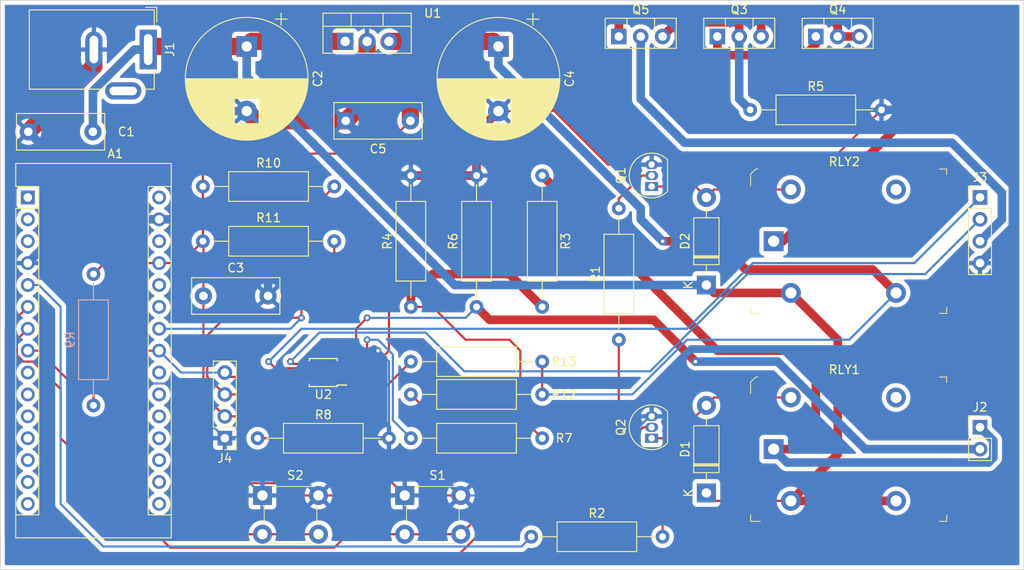
<source format=kicad_pcb>
(kicad_pcb (version 20211014) (generator pcbnew)
  (layers (0 "F.Cu" signal) (31 "B.Cu" signal) (34 "B.Paste" user) (35 "F.Paste" user) (36 "B.SilkS" user "B.Silkscreen") (37 "F.SilkS" user "F.Silkscreen") (38 "B.Mask" user) (39 "F.Mask" user) (44 "Edge.Cuts" user))
  (net 0 "")
  (net 4 "GND")
  (net 5 "/PIRANI_EN")
  (net 6 "/THRM_EN")
  (net 7 "/BUTTON_1")
  (net 8 "/BUTTON_2")
  (net 23 "Net-(A1-Pad23)")
  (net 24 "Net-(A1-Pad24)")
  (net 27 "+5V")
  (net 30 "+12V")
  (net 31 "Net-(D1-Pad2)")
  (net 32 "Net-(D2-Pad2)")
  (net 33 "Net-(J2-Pad1)")
  (net 34 "Net-(J2-Pad2)")
  (net 35 "Net-(J3-Pad1)")
  (net 36 "Net-(J3-Pad2)")
  (net 37 "Net-(J3-Pad3)")
  (net 38 "Net-(Q1-Pad2)")
  (net 39 "Net-(Q2-Pad2)")
  (net 40 "Net-(Q3-Pad1)")
  (net 41 "Net-(Q3-Pad2)")
  (net 42 "Net-(Q3-Pad3)")
  (net 43 "Net-(R3-Pad2)")
  (net 44 "Net-(R7-Pad2)")
  (net 45 "Net-(R8-Pad1)")
  (net 46 "Net-(R11-Pad2)")
  (footprint "Resistor_THT:R_Axial_DIN0309_L9.0mm_D3.2mm_P15.24mm_Horizontal" (layer "F.Cu") (at 128.27 119.38)
    (fp_text reference "R8" (at 7.62 -2.72) (layer "F.SilkS"))
    (fp_text value "10k")
    (pad "1" thru_hole circle (at 0 0) (size 1.6 1.6) (drill 0.8) (layers *.Cu *.Mask) (net 45 "Net-(R8-Pad1)"))
    (pad "2" thru_hole oval (at 15.24 0) (size 1.6 1.6) (drill 0.8) (layers *.Cu *.Mask) (net 4 "GND"))
  )
  (footprint "Resistor_THT:R_Axial_DIN0309_L9.0mm_D3.2mm_P15.24mm_Horizontal" (layer "F.Cu") (at 121.92 96.52)
    (fp_text reference "R11" (at 7.62 -2.72) (layer "F.SilkS"))
    (fp_text value "10k")
    (pad "1" thru_hole circle (at 0 0) (size 1.6 1.6) (drill 0.8) (layers *.Cu *.Mask) (net 27 "+5V"))
    (pad "2" thru_hole oval (at 15.24 0) (size 1.6 1.6) (drill 0.8) (layers *.Cu *.Mask) (net 46 "Net-(R11-Pad2)"))
  )
  (footprint "Diode_THT:D_DO-41_SOD81_P10.16mm_Horizontal" (layer "F.Cu") (at 180.34 125.73 90)
    (fp_text reference "D1" (at 5.08 -2.47 90) (layer "F.SilkS"))
    (fp_text value "1N4007")
    (fp_text user "K" (at 0 -2.1 90) (layer "F.SilkS"))
    (pad "1" thru_hole rect (at 0 0 90) (size 2.2 2.2) (drill 1.1) (layers *.Cu *.Mask) (net 30 "+12V"))
    (pad "2" thru_hole oval (at 10.16 0 90) (size 2.2 2.2) (drill 1.1) (layers *.Cu *.Mask) (net 31 "Net-(D1-Pad2)"))
  )
  (footprint "Resistor_THT:R_Axial_DIN0309_L9.0mm_D3.2mm_P15.24mm_Horizontal" (layer "F.Cu") (at 121.92 90.17)
    (fp_text reference "R10" (at 7.62 -2.72) (layer "F.SilkS"))
    (fp_text value "10k")
    (pad "1" thru_hole circle (at 0 0) (size 1.6 1.6) (drill 0.8) (layers *.Cu *.Mask) (net 27 "+5V"))
    (pad "2" thru_hole oval (at 15.24 0) (size 1.6 1.6) (drill 0.8) (layers *.Cu *.Mask) (net 24 "Net-(A1-Pad24)"))
  )
  (footprint "Resistor_THT:R_Axial_DIN0309_L9.0mm_D3.2mm_P15.24mm_Horizontal" (layer "F.Cu") (at 146.05 114.3)
    (fp_text reference "R12" (at 17.78 0) (layer "F.SilkS"))
    (fp_text value "10k")
    (pad "1" thru_hole circle (at 0 0) (size 1.6 1.6) (drill 0.8) (layers *.Cu *.Mask) (net 7 "/BUTTON_1"))
    (pad "2" thru_hole oval (at 15.24 0) (size 1.6 1.6) (drill 0.8) (layers *.Cu *.Mask) (net 27 "+5V"))
  )
  (footprint "Resistor_THT:R_Axial_DIN0309_L9.0mm_D3.2mm_P15.24mm_Horizontal" (layer "F.Cu") (at 160.02 130.81)
    (fp_text reference "R2" (at 7.62 -2.72) (layer "F.SilkS"))
    (fp_text value "560")
    (pad "1" thru_hole circle (at 0 0) (size 1.6 1.6) (drill 0.8) (layers *.Cu *.Mask) (net 5 "/PIRANI_EN"))
    (pad "2" thru_hole oval (at 15.24 0) (size 1.6 1.6) (drill 0.8) (layers *.Cu *.Mask) (net 39 "Net-(Q2-Pad2)"))
  )
  (footprint "Package_TO_SOT_THT:TO-126-3_Vertical" (layer "F.Cu") (at 170.18 72.765)
    (fp_text reference "Q5" (at 2.54 -3.12) (layer "F.SilkS"))
    (fp_text value "BD140")
    (pad "1" thru_hole rect (at 0 0) (size 1.8 1.8) (drill 1) (layers *.Cu *.Mask) (net 42 "Net-(Q3-Pad3)"))
    (pad "2" thru_hole oval (at 2.54 0) (size 1.8 1.8) (drill 1) (layers *.Cu *.Mask) (net 37 "Net-(J3-Pad3)"))
    (pad "3" thru_hole oval (at 5.08 0) (size 1.8 1.8) (drill 1) (layers *.Cu *.Mask) (net 41 "Net-(Q3-Pad2)"))
  )
  (footprint "Capacitor_THT:CP_Radial_D14.0mm_P7.50mm" (layer "F.Cu") (at 127 73.922272 -90)
    (fp_text reference "C2" (at 3.75 -8.25 90) (layer "F.SilkS"))
    (fp_text value "1000u")
    (pad "1" thru_hole rect (at 0 0 270) (size 2.4 2.4) (drill 1.2) (layers *.Cu *.Mask) (net 30 "+12V"))
    (pad "2" thru_hole circle (at 7.5 0 270) (size 2.4 2.4) (drill 1.2) (layers *.Cu *.Mask) (net 4 "GND"))
  )
  (footprint "Connector_PinHeader_2.54mm:PinHeader_1x04_P2.54mm_Vertical" (layer "F.Cu") (at 124.46 119.38 180)
    (fp_text reference "J4" (at 0 -2.33) (layer "F.SilkS"))
    (fp_text value "OLED")
    (pad "1" thru_hole rect (at 0 0 180) (size 1.7 1.7) (drill 1) (layers *.Cu *.Mask) (net 4 "GND"))
    (pad "2" thru_hole oval (at 0 2.54 180) (size 1.7 1.7) (drill 1) (layers *.Cu *.Mask) (net 27 "+5V"))
    (pad "3" thru_hole oval (at 0 5.08 180) (size 1.7 1.7) (drill 1) (layers *.Cu *.Mask) (net 24 "Net-(A1-Pad24)"))
    (pad "4" thru_hole oval (at 0 7.62 180) (size 1.7 1.7) (drill 1) (layers *.Cu *.Mask) (net 23 "Net-(A1-Pad23)"))
  )
  (footprint "digikey-footprints:Relay_THT_G5LE-14" (layer "F.Cu") (at 188.15 120.65)
    (fp_text reference "RLY1" (at 8.2 -9.225) (layer "F.SilkS"))
    (fp_text value "G5LE-14_DC12")
    (pad "1" thru_hole rect locked (at 0 0) (size 2.3 2.3) (drill 1.3) (layers *.Cu *.Mask) (net 33 "Net-(J2-Pad1)"))
    (pad "2" thru_hole circle locked (at 2 6) (size 2.3 2.3) (drill 1.3) (layers *.Cu *.Mask) (net 30 "+12V"))
    (pad "3" thru_hole circle locked (at 14.2 6) (size 2.3 2.3) (drill 1.3) (layers *.Cu *.Mask) (net 30 "+12V"))
    (pad "4" thru_hole circle locked (at 14.2 -6) (size 2.3 2.3) (drill 1.3) (layers *.Cu *.Mask))
    (pad "5" thru_hole circle locked (at 2 -6) (size 2.3 2.3) (drill 1.3) (layers *.Cu *.Mask) (net 31 "Net-(D1-Pad2)"))
  )
  (footprint "Connector_PinHeader_2.54mm:PinHeader_1x02_P2.54mm_Vertical" (layer "F.Cu") (at 212.09 118.11)
    (fp_text reference "J2" (at 0 -2.33) (layer "F.SilkS"))
    (fp_text value "Pirani gauge")
    (pad "1" thru_hole rect (at 0 0) (size 1.7 1.7) (drill 1) (layers *.Cu *.Mask) (net 33 "Net-(J2-Pad1)"))
    (pad "2" thru_hole oval (at 0 2.54) (size 1.7 1.7) (drill 1) (layers *.Cu *.Mask) (net 34 "Net-(J2-Pad2)"))
  )
  (footprint "Resistor_THT:R_Axial_DIN0309_L9.0mm_D3.2mm_P15.24mm_Horizontal" (layer "F.Cu") (at 185.42 81.28)
    (fp_text reference "R5" (at 7.62 -2.72) (layer "F.SilkS"))
    (fp_text value "33")
    (pad "1" thru_hole circle (at 0 0) (size 1.6 1.6) (drill 0.8) (layers *.Cu *.Mask) (net 41 "Net-(Q3-Pad2)"))
    (pad "2" thru_hole oval (at 15.24 0) (size 1.6 1.6) (drill 0.8) (layers *.Cu *.Mask) (net 4 "GND"))
  )
  (footprint "Resistor_THT:R_Axial_DIN0309_L9.0mm_D3.2mm_P15.24mm_Horizontal" (layer "F.Cu") (at 161.29 119.38 180)
    (fp_text reference "R7" (at -2.54 0) (layer "F.SilkS"))
    (fp_text value "560")
    (pad "1" thru_hole circle (at 0 0 180) (size 1.6 1.6) (drill 0.8) (layers *.Cu *.Mask) (net 43 "Net-(R3-Pad2)"))
    (pad "2" thru_hole oval (at 15.24 0 180) (size 1.6 1.6) (drill 0.8) (layers *.Cu *.Mask) (net 44 "Net-(R7-Pad2)"))
  )
  (footprint "Diode_THT:D_DO-41_SOD81_P10.16mm_Horizontal" (layer "F.Cu") (at 180.34 101.6 90)
    (fp_text reference "D2" (at 5.08 -2.47 90) (layer "F.SilkS"))
    (fp_text value "1N4007")
    (fp_text user "K" (at 0 -2.1 90) (layer "F.SilkS"))
    (pad "1" thru_hole rect (at 0 0 90) (size 2.2 2.2) (drill 1.1) (layers *.Cu *.Mask) (net 30 "+12V"))
    (pad "2" thru_hole oval (at 10.16 0 90) (size 2.2 2.2) (drill 1.1) (layers *.Cu *.Mask) (net 32 "Net-(D2-Pad2)"))
  )
  (footprint "Package_TO_SOT_THT:TO-92_Inline" (layer "F.Cu") (at 173.99 119.38 90)
    (fp_text reference "Q2" (at 1.27 -3.56 90) (layer "F.SilkS"))
    (fp_text value "BC547")
    (pad "1" thru_hole rect (at 0 0 90) (size 1.05 1.5) (drill 0.75) (layers *.Cu *.Mask) (net 31 "Net-(D1-Pad2)"))
    (pad "2" thru_hole oval (at 1.27 0 90) (size 1.05 1.5) (drill 0.75) (layers *.Cu *.Mask) (net 39 "Net-(Q2-Pad2)"))
    (pad "3" thru_hole oval (at 2.54 0 90) (size 1.05 1.5) (drill 0.75) (layers *.Cu *.Mask) (net 4 "GND"))
  )
  (footprint "Package_TO_SOT_THT:TO-126-3_Vertical" (layer "F.Cu") (at 181.61 72.765)
    (fp_text reference "Q3" (at 2.54 -3.12) (layer "F.SilkS"))
    (fp_text value "BD140")
    (pad "1" thru_hole rect (at 0 0) (size 1.8 1.8) (drill 1) (layers *.Cu *.Mask) (net 40 "Net-(Q3-Pad1)"))
    (pad "2" thru_hole oval (at 2.54 0) (size 1.8 1.8) (drill 1) (layers *.Cu *.Mask) (net 41 "Net-(Q3-Pad2)"))
    (pad "3" thru_hole oval (at 5.08 0) (size 1.8 1.8) (drill 1) (layers *.Cu *.Mask) (net 42 "Net-(Q3-Pad3)"))
  )
  (footprint "Resistor_THT:R_Axial_DIN0309_L9.0mm_D3.2mm_P15.24mm_Horizontal" (layer "F.Cu") (at 146.05 104.14 90)
    (fp_text reference "R4" (at 7.62 -2.72 90) (layer "F.SilkS"))
    (fp_text value "100")
    (pad "1" thru_hole circle (at 0 0 90) (size 1.6 1.6) (drill 0.8) (layers *.Cu *.Mask) (net 43 "Net-(R3-Pad2)"))
    (pad "2" thru_hole oval (at 15.24 0 90) (size 1.6 1.6) (drill 0.8) (layers *.Cu *.Mask) (net 4 "GND"))
  )
  (footprint "Resistor_THT:R_Axial_DIN0309_L9.0mm_D3.2mm_P15.24mm_Horizontal" (layer "F.Cu") (at 146.05 110.49)
    (fp_text reference "R13" (at 17.78 0) (layer "F.SilkS"))
    (fp_text value "10k")
    (pad "1" thru_hole circle (at 0 0) (size 1.6 1.6) (drill 0.8) (layers *.Cu *.Mask) (net 8 "/BUTTON_2"))
    (pad "2" thru_hole oval (at 15.24 0) (size 1.6 1.6) (drill 0.8) (layers *.Cu *.Mask) (net 27 "+5V"))
  )
  (footprint "Resistor_THT:R_Axial_DIN0309_L9.0mm_D3.2mm_P15.24mm_Horizontal" (layer "F.Cu") (at 161.29 88.9 -90)
    (fp_text reference "R3" (at 7.62 -2.72 90) (layer "F.SilkS"))
    (fp_text value "100")
    (pad "1" thru_hole circle (at 0 0 270) (size 1.6 1.6) (drill 0.8) (layers *.Cu *.Mask) (net 33 "Net-(J2-Pad1)"))
    (pad "2" thru_hole oval (at 15.24 0 270) (size 1.6 1.6) (drill 0.8) (layers *.Cu *.Mask) (net 43 "Net-(R3-Pad2)"))
  )
  (footprint "digikey-footprints:Relay_THT_G5LE-14" (layer "F.Cu") (at 188.15 96.52)
    (fp_text reference "RLY2" (at 8.2 -9.225) (layer "F.SilkS"))
    (fp_text value "G5LE-14_DC12")
    (pad "1" thru_hole rect locked (at 0 0) (size 2.3 2.3) (drill 1.3) (layers *.Cu *.Mask) (net 40 "Net-(Q3-Pad1)"))
    (pad "2" thru_hole circle locked (at 2 6) (size 2.3 2.3) (drill 1.3) (layers *.Cu *.Mask) (net 30 "+12V"))
    (pad "3" thru_hole circle locked (at 14.2 6) (size 2.3 2.3) (drill 1.3) (layers *.Cu *.Mask) (net 27 "+5V"))
    (pad "4" thru_hole circle locked (at 14.2 -6) (size 2.3 2.3) (drill 1.3) (layers *.Cu *.Mask))
    (pad "5" thru_hole circle locked (at 2 -6) (size 2.3 2.3) (drill 1.3) (layers *.Cu *.Mask) (net 32 "Net-(D2-Pad2)"))
  )
  (footprint "Package_SO:TSSOP-10_3x3mm_P0.5mm" (layer "F.Cu") (at 135.89 111.76 180)
    (fp_text reference "U2" (at 0 -2.55) (layer "F.SilkS"))
    (fp_text value "ADS1115IDGS")
    (pad "1" smd rect (at -2.15 -1 180) (size 1.1 0.25) (layers "F.Cu" "F.Paste" "F.Mask") (net 45 "Net-(R8-Pad1)"))
    (pad "2" smd rect (at -2.15 -0.5 180) (size 1.1 0.25) (layers "F.Cu" "F.Paste" "F.Mask") (net 46 "Net-(R11-Pad2)"))
    (pad "3" smd rect (at -2.15 0 180) (size 1.1 0.25) (layers "F.Cu" "F.Paste" "F.Mask") (net 4 "GND"))
    (pad "4" smd rect (at -2.15 0.5 180) (size 1.1 0.25) (layers "F.Cu" "F.Paste" "F.Mask") (net 44 "Net-(R7-Pad2)"))
    (pad "5" smd rect (at -2.15 1 180) (size 1.1 0.25) (layers "F.Cu" "F.Paste" "F.Mask") (net 34 "Net-(J2-Pad2)"))
    (pad "6" smd rect (at 2.15 1 180) (size 1.1 0.25) (layers "F.Cu" "F.Paste" "F.Mask") (net 36 "Net-(J3-Pad2)"))
    (pad "7" smd rect (at 2.15 0.5 180) (size 1.1 0.25) (layers "F.Cu" "F.Paste" "F.Mask") (net 35 "Net-(J3-Pad1)"))
    (pad "8" smd rect (at 2.15 0 180) (size 1.1 0.25) (layers "F.Cu" "F.Paste" "F.Mask") (net 27 "+5V"))
    (pad "9" smd rect (at 2.15 -0.5 180) (size 1.1 0.25) (layers "F.Cu" "F.Paste" "F.Mask") (net 23 "Net-(A1-Pad23)"))
    (pad "10" smd rect (at 2.15 -1 180) (size 1.1 0.25) (layers "F.Cu" "F.Paste" "F.Mask") (net 24 "Net-(A1-Pad24)"))
  )
  (footprint "Package_TO_SOT_THT:TO-126-3_Vertical" (layer "F.Cu") (at 193.04 72.765)
    (fp_text reference "Q4" (at 2.54 -3.12) (layer "F.SilkS"))
    (fp_text value "BD140")
    (pad "1" thru_hole rect (at 0 0) (size 1.8 1.8) (drill 1) (layers *.Cu *.Mask) (net 40 "Net-(Q3-Pad1)"))
    (pad "2" thru_hole oval (at 2.54 0) (size 1.8 1.8) (drill 1) (layers *.Cu *.Mask) (net 42 "Net-(Q3-Pad3)"))
    (pad "3" thru_hole oval (at 5.08 0) (size 1.8 1.8) (drill 1) (layers *.Cu *.Mask) (net 42 "Net-(Q3-Pad3)"))
  )
  (footprint "Connector_BarrelJack:BarrelJack_GCT_DCJ200-10-A_Horizontal" (layer "F.Cu") (at 115.57 74.28 -90)
    (fp_text reference "J1" (at 0 -2.5 90) (layer "F.SilkS"))
    (fp_text value "Barrel_Jack")
    (pad "1" thru_hole rect (at 0 0 270) (size 4.6 2) (drill oval 3.6 1) (layers *.Cu *.Mask) (net 30 "+12V"))
    (pad "2" thru_hole oval (at 0 6.3 270) (size 4.2 2) (drill oval 3.2 1) (layers *.Cu *.Mask) (net 4 "GND"))
    (pad "3" thru_hole oval (at 4.8 2.9 270) (size 2 4.2) (drill oval 1 3.2) (layers *.Cu *.Mask))
  )
  (footprint "Capacitor_THT:CP_Radial_D14.0mm_P7.50mm" (layer "F.Cu") (at 156.21 73.922272 -90)
    (fp_text reference "C4" (at 3.75 -8.25 90) (layer "F.SilkS"))
    (fp_text value "100u")
    (pad "1" thru_hole rect (at 0 0 270) (size 2.4 2.4) (drill 1.2) (layers *.Cu *.Mask) (net 27 "+5V"))
    (pad "2" thru_hole circle (at 7.5 0 270) (size 2.4 2.4) (drill 1.2) (layers *.Cu *.Mask) (net 4 "GND"))
  )
  (footprint "Package_TO_SOT_THT:TO-92_Inline" (layer "F.Cu") (at 173.99 90.17 90)
    (fp_text reference "Q1" (at 1.27 -3.56 90) (layer "F.SilkS"))
    (fp_text value "BC547")
    (pad "1" thru_hole rect (at 0 0 90) (size 1.05 1.5) (drill 0.75) (layers *.Cu *.Mask) (net 32 "Net-(D2-Pad2)"))
    (pad "2" thru_hole oval (at 1.27 0 90) (size 1.05 1.5) (drill 0.75) (layers *.Cu *.Mask) (net 38 "Net-(Q1-Pad2)"))
    (pad "3" thru_hole oval (at 2.54 0 90) (size 1.05 1.5) (drill 0.75) (layers *.Cu *.Mask) (net 4 "GND"))
  )
  (footprint "Resistor_THT:R_Axial_DIN0309_L9.0mm_D3.2mm_P15.24mm_Horizontal" (layer "F.Cu") (at 153.67 104.14 90)
    (fp_text reference "R6" (at 7.62 -2.72 90) (layer "F.SilkS"))
    (fp_text value "25")
    (pad "1" thru_hole circle (at 0 0 90) (size 1.6 1.6) (drill 0.8) (layers *.Cu *.Mask) (net 34 "Net-(J2-Pad2)"))
    (pad "2" thru_hole oval (at 15.24 0 90) (size 1.6 1.6) (drill 0.8) (layers *.Cu *.Mask) (net 4 "GND"))
  )
  (footprint "digikey-footprints:Switch_Tactile_THT_6x6mm" (layer "F.Cu") (at 128.83 126.02)
    (fp_text reference "S2" (at 3.81 -2.3368) (layer "F.SilkS"))
    (fp_text value "1825910-6")
    (pad "1" thru_hole rect locked (at 0 0) (size 2.2 2.2) (drill 1.2) (layers *.Cu *.Mask) (net 4 "GND"))
    (pad "2" thru_hole circle locked (at 6.5 0) (size 2.2 2.2) (drill 1.2) (layers *.Cu *.Mask) (net 4 "GND"))
    (pad "3" thru_hole circle locked (at 0 4.5) (size 2.2 2.2) (drill 1.2) (layers *.Cu *.Mask) (net 8 "/BUTTON_2"))
    (pad "4" thru_hole circle locked (at 6.5 4.5) (size 2.2 2.2) (drill 1.2) (layers *.Cu *.Mask) (net 8 "/BUTTON_2"))
  )
  (footprint "Capacitor_THT:C_Rect_L10.0mm_W4.0mm_P7.50mm_MKS4" (layer "F.Cu") (at 145.99 82.55 180)
    (fp_text reference "C5" (at 3.75 -3.25) (layer "F.SilkS"))
    (fp_text value "100n")
    (pad "1" thru_hole circle (at 0 0 180) (size 2 2) (drill 1) (layers *.Cu *.Mask) (net 27 "+5V"))
    (pad "2" thru_hole circle (at 7.5 0 180) (size 2 2) (drill 1) (layers *.Cu *.Mask) (net 4 "GND"))
  )
  (footprint "Capacitor_THT:C_Rect_L10.0mm_W4.0mm_P7.50mm_MKS4" (layer "F.Cu") (at 109.16 83.82 180)
    (fp_text reference "C1" (at -3.87 0) (layer "F.SilkS"))
    (fp_text value "100n")
    (pad "1" thru_hole circle (at 0 0 180) (size 2 2) (drill 1) (layers *.Cu *.Mask) (net 30 "+12V"))
    (pad "2" thru_hole circle (at 7.5 0 180) (size 2 2) (drill 1) (layers *.Cu *.Mask) (net 4 "GND"))
  )
  (footprint "Capacitor_THT:C_Rect_L10.0mm_W4.0mm_P7.50mm_MKS4" (layer "F.Cu") (at 121.98 102.87)
    (fp_text reference "C3" (at 3.75 -3.25) (layer "F.SilkS"))
    (fp_text value "100n")
    (pad "1" thru_hole circle (at 0 0) (size 2 2) (drill 1) (layers *.Cu *.Mask) (net 27 "+5V"))
    (pad "2" thru_hole circle (at 7.5 0) (size 2 2) (drill 1) (layers *.Cu *.Mask) (net 4 "GND"))
  )
  (footprint "Module:Arduino_Nano" (layer "F.Cu") (at 101.6 91.44)
    (fp_text reference "A1" (at 10.16 -5.08) (layer "F.SilkS"))
    (fp_text value "Arduino_Nano_v3.x")
    (pad "1" thru_hole rect (at 0 0) (size 1.6 1.6) (drill 1) (layers *.Cu *.Mask))
    (pad "2" thru_hole oval (at 0 2.54) (size 1.6 1.6) (drill 1) (layers *.Cu *.Mask))
    (pad "3" thru_hole oval (at 0 5.08) (size 1.6 1.6) (drill 1) (layers *.Cu *.Mask))
    (pad "4" thru_hole oval (at 0 7.62) (size 1.6 1.6) (drill 1) (layers *.Cu *.Mask) (net 4 "GND"))
    (pad "5" thru_hole oval (at 0 10.16) (size 1.6 1.6) (drill 1) (layers *.Cu *.Mask) (net 5 "/PIRANI_EN"))
    (pad "6" thru_hole oval (at 0 12.7) (size 1.6 1.6) (drill 1) (layers *.Cu *.Mask) (net 6 "/THRM_EN"))
    (pad "7" thru_hole oval (at 0 15.24) (size 1.6 1.6) (drill 1) (layers *.Cu *.Mask) (net 7 "/BUTTON_1"))
    (pad "8" thru_hole oval (at 0 17.78) (size 1.6 1.6) (drill 1) (layers *.Cu *.Mask) (net 8 "/BUTTON_2"))
    (pad "9" thru_hole oval (at 0 20.32) (size 1.6 1.6) (drill 1) (layers *.Cu *.Mask))
    (pad "10" thru_hole oval (at 0 22.86) (size 1.6 1.6) (drill 1) (layers *.Cu *.Mask))
    (pad "11" thru_hole oval (at 0 25.4) (size 1.6 1.6) (drill 1) (layers *.Cu *.Mask))
    (pad "12" thru_hole oval (at 0 27.94) (size 1.6 1.6) (drill 1) (layers *.Cu *.Mask))
    (pad "13" thru_hole oval (at 0 30.48) (size 1.6 1.6) (drill 1) (layers *.Cu *.Mask))
    (pad "14" thru_hole oval (at 0 33.02) (size 1.6 1.6) (drill 1) (layers *.Cu *.Mask))
    (pad "15" thru_hole oval (at 0 35.56) (size 1.6 1.6) (drill 1) (layers *.Cu *.Mask))
    (pad "16" thru_hole oval (at 15.24 35.56) (size 1.6 1.6) (drill 1) (layers *.Cu *.Mask))
    (pad "17" thru_hole oval (at 15.24 33.02) (size 1.6 1.6) (drill 1) (layers *.Cu *.Mask))
    (pad "18" thru_hole oval (at 15.24 30.48) (size 1.6 1.6) (drill 1) (layers *.Cu *.Mask))
    (pad "19" thru_hole oval (at 15.24 27.94) (size 1.6 1.6) (drill 1) (layers *.Cu *.Mask))
    (pad "20" thru_hole oval (at 15.24 25.4) (size 1.6 1.6) (drill 1) (layers *.Cu *.Mask))
    (pad "21" thru_hole oval (at 15.24 22.86) (size 1.6 1.6) (drill 1) (layers *.Cu *.Mask))
    (pad "22" thru_hole oval (at 15.24 20.32) (size 1.6 1.6) (drill 1) (layers *.Cu *.Mask))
    (pad "23" thru_hole oval (at 15.24 17.78) (size 1.6 1.6) (drill 1) (layers *.Cu *.Mask) (net 23 "Net-(A1-Pad23)"))
    (pad "24" thru_hole oval (at 15.24 15.24) (size 1.6 1.6) (drill 1) (layers *.Cu *.Mask) (net 24 "Net-(A1-Pad24)"))
    (pad "25" thru_hole oval (at 15.24 12.7) (size 1.6 1.6) (drill 1) (layers *.Cu *.Mask))
    (pad "26" thru_hole oval (at 15.24 10.16) (size 1.6 1.6) (drill 1) (layers *.Cu *.Mask))
    (pad "27" thru_hole oval (at 15.24 7.62) (size 1.6 1.6) (drill 1) (layers *.Cu *.Mask) (net 27 "+5V"))
    (pad "28" thru_hole oval (at 15.24 5.08) (size 1.6 1.6) (drill 1) (layers *.Cu *.Mask))
    (pad "29" thru_hole oval (at 15.24 2.54) (size 1.6 1.6) (drill 1) (layers *.Cu *.Mask) (net 4 "GND"))
    (pad "30" thru_hole oval (at 15.24 0) (size 1.6 1.6) (drill 1) (layers *.Cu *.Mask))
  )
  (footprint "digikey-footprints:Switch_Tactile_THT_6x6mm" (layer "F.Cu") (at 145.34 126.02)
    (fp_text reference "S1" (at 3.81 -2.3368) (layer "F.SilkS"))
    (fp_text value "1825910-6")
    (pad "1" thru_hole rect locked (at 0 0) (size 2.2 2.2) (drill 1.2) (layers *.Cu *.Mask) (net 4 "GND"))
    (pad "2" thru_hole circle locked (at 6.5 0) (size 2.2 2.2) (drill 1.2) (layers *.Cu *.Mask) (net 4 "GND"))
    (pad "3" thru_hole circle locked (at 0 4.5) (size 2.2 2.2) (drill 1.2) (layers *.Cu *.Mask) (net 7 "/BUTTON_1"))
    (pad "4" thru_hole circle locked (at 6.5 4.5) (size 2.2 2.2) (drill 1.2) (layers *.Cu *.Mask) (net 7 "/BUTTON_1"))
  )
  (footprint "Connector_PinHeader_2.54mm:PinHeader_1x04_P2.54mm_Vertical" (layer "F.Cu") (at 212.09 91.44)
    (fp_text reference "J3" (at 0 -2.33) (layer "F.SilkS"))
    (fp_text value "Thermocouple gauge")
    (pad "1" thru_hole rect (at 0 0) (size 1.7 1.7) (drill 1) (layers *.Cu *.Mask) (net 35 "Net-(J3-Pad1)"))
    (pad "2" thru_hole oval (at 0 2.54) (size 1.7 1.7) (drill 1) (layers *.Cu *.Mask) (net 36 "Net-(J3-Pad2)"))
    (pad "3" thru_hole oval (at 0 5.08) (size 1.7 1.7) (drill 1) (layers *.Cu *.Mask) (net 37 "Net-(J3-Pad3)"))
    (pad "4" thru_hole oval (at 0 7.62) (size 1.7 1.7) (drill 1) (layers *.Cu *.Mask) (net 4 "GND"))
  )
  (footprint "Package_TO_SOT_THT:TO-220-3_Vertical" (layer "F.Cu") (at 138.43 73.335)
    (fp_text reference "U1" (at 10.16 -3.27) (layer "F.SilkS"))
    (fp_text value "LM7805_TO220")
    (pad "1" thru_hole rect (at 0 0) (size 1.905 2) (drill 1.1) (layers *.Cu *.Mask) (net 30 "+12V"))
    (pad "2" thru_hole oval (at 2.54 0) (size 1.905 2) (drill 1.1) (layers *.Cu *.Mask) (net 4 "GND"))
    (pad "3" thru_hole oval (at 5.08 0) (size 1.905 2) (drill 1.1) (layers *.Cu *.Mask) (net 27 "+5V"))
  )
  (footprint "Resistor_THT:R_Axial_DIN0309_L9.0mm_D3.2mm_P15.24mm_Horizontal" (layer "F.Cu") (at 170.18 107.95 90)
    (fp_text reference "R1" (at 7.62 -2.72 90) (layer "F.SilkS"))
    (fp_text value "560")
    (pad "1" thru_hole circle (at 0 0 90) (size 1.6 1.6) (drill 0.8) (layers *.Cu *.Mask) (net 6 "/THRM_EN"))
    (pad "2" thru_hole oval (at 15.24 0 90) (size 1.6 1.6) (drill 0.8) (layers *.Cu *.Mask) (net 38 "Net-(Q1-Pad2)"))
  )
  (footprint "Resistor_THT:R_Axial_DIN0309_L9.0mm_D3.2mm_P15.24mm_Horizontal" (layer "B.Cu") (at 109.22 100.33 -90)
    (fp_text reference "R9" (at 7.62 2.72 90) (layer "B.SilkS") (effects (justify mirror)))
    (fp_text value "10k")
    (pad "1" thru_hole circle (at 0 0 270) (size 1.6 1.6) (drill 0.8) (layers *.Cu *.Mask) (net 27 "+5V"))
    (pad "2" thru_hole oval (at 15.24 0 270) (size 1.6 1.6) (drill 0.8) (layers *.Cu *.Mask) (net 23 "Net-(A1-Pad23)"))
  )
  (gr_rect (start 98.425 68.58) (end 217.17 134.62) (layer "Edge.Cuts") (width 0.1) (fill none))
  (segment (start 145.34 126.02) (end 151.84 126.02) (width 0.25) (layer "F.Cu") (net 4))
  (segment (start 194.31 87.63) (end 200.66 81.28) (width 0.25) (layer "F.Cu") (net 4))
  (segment (start 138.49 82.55) (end 128.127728 82.55) (width 2) (layer "F.Cu") (net 4))
  (segment (start 140.97 73.335) (end 140.97 80.07) (width 2) (layer "F.Cu") (net 4))
  (segment (start 153.67 88.9) (end 153.67 83.962272) (width 1) (layer "F.Cu") (net 4))
  (segment (start 145.34 126.02) (end 143.51 124.19) (width 0.25) (layer "F.Cu") (net 4))
  (segment (start 135.33 126.02) (end 128.83 126.02) (width 0.25) (layer "F.Cu") (net 4))
  (segment (start 153.67 88.9) (end 146.05 88.9) (width 1) (layer "F.Cu") (net 4))
  (segment (start 128.127728 82.55) (end 127 81.422272) (width 2) (layer "F.Cu") (net 4))
  (segment (start 109.27 74.28) (end 109.27 76.21) (width 2) (layer "F.Cu") (net 4))
  (segment (start 168.91 87.63) (end 162.56 81.28) (width 0.25) (layer "F.Cu") (net 4))
  (segment (start 139.7 111.76) (end 138.43 111.76) (width 0.25) (layer "F.Cu") (net 4))
  (segment (start 142.24 109.22) (end 139.7 111.76) (width 0.25) (layer "F.Cu") (net 4))
  (segment (start 173.99 87.63) (end 168.91 87.63) (width 0.25) (layer "F.Cu") (net 4))
  (segment (start 173.99 87.63) (end 194.31 87.63) (width 0.25) (layer "F.Cu") (net 4))
  (segment (start 162.56 81.28) (end 162.417728 81.422272) (width 0.25) (layer "F.Cu") (net 4))
  (segment (start 143.51 124.19) (end 143.51 119.38) (width 0.25) (layer "F.Cu") (net 4))
  (segment (start 140.97 80.07) (end 138.49 82.55) (width 2) (layer "F.Cu") (net 4))
  (segment (start 153.67 83.962272) (end 156.21 81.422272) (width 1) (layer "F.Cu") (net 4))
  (segment (start 145.34 126.02) (end 135.33 126.02) (width 0.25) (layer "F.Cu") (net 4))
  (segment (start 109.27 76.21) (end 101.66 83.82) (width 2) (layer "F.Cu") (net 4))
  (segment (start 162.417728 81.422272) (end 156.21 81.422272) (width 0.25) (layer "F.Cu") (net 4))
  (via (at 142.24 109.22) (size 0.8) (drill 0.4) (layers "F.Cu" "B.Cu") (net 4))
  (segment (start 106.68 93.98) (end 101.6 99.06) (width 1) (layer "B.Cu") (net 4))
  (segment (start 144.84 88.9) (end 138.49 82.55) (width 1) (layer "B.Cu") (net 4))
  (segment (start 173.99 116.84) (end 173.765 116.84) (width 0.25) (layer "B.Cu") (net 4))
  (segment (start 116.01952 113.03) (end 106.68 103.69048) (width 0.25) (layer "B.Cu") (net 4))
  (segment (start 173.765 116.84) (end 164.585 126.02) (width 0.25) (layer "B.Cu") (net 4))
  (segment (start 106.68 88.84) (end 101.66 83.82) (width 1) (layer "B.Cu") (net 4))
  (segment (start 127 93.98) (end 129.48 96.46) (width 1) (layer "B.Cu") (net 4))
  (segment (start 124.46 119.38) (end 118.11 113.03) (width 0.25) (layer "B.Cu") (net 4))
  (segment (start 124.46 121.65) (end 128.83 126.02) (width 0.25) (layer "B.Cu") (net 4))
  (segment (start 146.05 88.9) (end 144.84 88.9) (width 1) (layer "B.Cu") (net 4))
  (segment (start 106.68 93.98) (end 106.68 91.44) (width 1) (layer "B.Cu") (net 4))
  (segment (start 116.84 93.98) (end 127 93.98) (width 1) (layer "B.Cu") (net 4))
  (segment (start 212.09 99.06) (end 215.9 95.25) (width 1) (layer "B.Cu") (net 4))
  (segment (start 164.585 126.02) (end 151.84 126.02) (width 0.25) (layer "B.Cu") (net 4))
  (segment (start 116.84 93.98) (end 106.68 93.98) (width 1) (layer "B.Cu") (net 4))
  (segment (start 129.48 96.46) (end 129.48 102.87) (width 1) (layer "B.Cu") (net 4))
  (segment (start 127 81.422272) (end 116.697728 81.422272) (width 1) (layer "B.Cu") (net 4))
  (segment (start 106.68 91.44) (end 106.68 88.84) (width 1) (layer "B.Cu") (net 4))
  (segment (start 143.51 110.49) (end 142.24 109.22) (width 0.25) (layer "B.Cu") (net 4))
  (segment (start 118.11 113.03) (end 116.01952 113.03) (width 0.25) (layer "B.Cu") (net 4))
  (segment (start 215.9 95.25) (end 215.9 88.9) (width 1) (layer "B.Cu") (net 4))
  (segment (start 116.697728 81.422272) (end 106.68 91.44) (width 1) (layer "B.Cu") (net 4))
  (segment (start 143.51 119.38) (end 143.51 110.49) (width 0.25) (layer "B.Cu") (net 4))
  (segment (start 106.68 103.69048) (end 106.68 93.98) (width 0.25) (layer "B.Cu") (net 4))
  (segment (start 208.28 81.28) (end 200.66 81.28) (width 1) (layer "B.Cu") (net 4))
  (segment (start 215.9 88.9) (end 208.28 81.28) (width 1) (layer "B.Cu") (net 4))
  (segment (start 124.46 119.38) (end 124.46 121.65) (width 0.25) (layer "B.Cu") (net 4))
  (segment (start 105.41 104.14) (end 102.87 101.6) (width 0.25) (layer "B.Cu") (net 5))
  (segment (start 105.41 127) (end 105.41 104.14) (width 0.25) (layer "B.Cu") (net 5))
  (segment (start 102.87 101.6) (end 101.6 101.6) (width 0.25) (layer "B.Cu") (net 5))
  (segment (start 158.885489 131.944511) (end 110.354511 131.944511) (width 0.25) (layer "B.Cu") (net 5))
  (segment (start 160.02 130.81) (end 158.885489 131.944511) (width 0.25) (layer "B.Cu") (net 5))
  (segment (start 110.354511 131.944511) (end 105.41 127) (width 0.25) (layer "B.Cu") (net 5))
  (segment (start 170.18 115.57) (end 158.75 127) (width 0.25) (layer "F.Cu") (net 6))
  (segment (start 158.75 127) (end 157.48 127) (width 0.25) (layer "F.Cu") (net 6))
  (segment (start 151.13 133.35) (end 101.6 133.35) (width 0.25) (layer "F.Cu") (net 6))
  (segment (start 99.06 130.81) (end 99.06 106.68) (width 0.25) (layer "F.Cu") (net 6))
  (segment (start 157.48 127) (end 151.13 133.35) (width 0.25) (layer "F.Cu") (net 6))
  (segment (start 101.6 133.35) (end 99.06 130.81) (width 0.25) (layer "F.Cu") (net 6))
  (segment (start 99.06 106.68) (end 101.6 104.14) (width 0.25) (layer "F.Cu") (net 6))
  (segment (start 170.18 107.95) (end 170.18 115.57) (width 0.25) (layer "F.Cu") (net 6))
  (segment (start 100.33 107.95) (end 101.6 106.68) (width 0.25) (layer "F.Cu") (net 7))
  (segment (start 100.33 109.72998) (end 100.33 107.95) (width 0.25) (layer "F.Cu") (net 7))
  (segment (start 154.94 127.42) (end 154.94 123.19) (width 0.25) (layer "F.Cu") (net 7))
  (segment (start 102.211278 110.49) (end 101.09002 110.49) (width 0.25) (layer "F.Cu") (net 7))
  (segment (start 105.41 119.38) (end 105.41 113.688722) (width 0.25) (layer "F.Cu") (net 7))
  (segment (start 138.72 130.52) (end 137.16 132.08) (width 0.25) (layer "F.Cu") (net 7))
  (segment (start 137.16 132.08) (end 118.11 132.08) (width 0.25) (layer "F.Cu") (net 7))
  (segment (start 145.34 130.52) (end 151.84 130.52) (width 0.25) (layer "F.Cu") (net 7))
  (segment (start 145.34 130.52) (end 138.72 130.52) (width 0.25) (layer "F.Cu") (net 7))
  (segment (start 154.94 123.19) (end 146.05 114.3) (width 0.25) (layer "F.Cu") (net 7))
  (segment (start 101.09002 110.49) (end 100.33 109.72998) (width 0.25) (layer "F.Cu") (net 7))
  (segment (start 151.84 130.52) (end 154.94 127.42) (width 0.25) (layer "F.Cu") (net 7))
  (segment (start 105.41 113.688722) (end 102.211278 110.49) (width 0.25) (layer "F.Cu") (net 7))
  (segment (start 118.11 132.08) (end 105.41 119.38) (width 0.25) (layer "F.Cu") (net 7))
  (segment (start 146.05 110.49) (end 131.944511 124.595489) (width 0.25) (layer "F.Cu") (net 8))
  (segment (start 106.68 113.03) (end 102.87 109.22) (width 0.25) (layer "F.Cu") (net 8))
  (segment (start 106.68 119.38) (end 106.68 113.03) (width 0.25) (layer "F.Cu") (net 8))
  (segment (start 131.944511 124.595489) (end 127.405489 124.595489) (width 0.25) (layer "F.Cu") (net 8))
  (segment (start 124.75 127.250978) (end 124.75 130.52) (width 0.25) (layer "F.Cu") (net 8))
  (segment (start 127.405489 124.595489) (end 124.75 127.250978) (width 0.25) (layer "F.Cu") (net 8))
  (segment (start 128.83 130.52) (end 117.82 130.52) (width 0.25) (layer "F.Cu") (net 8))
  (segment (start 102.87 109.22) (end 101.6 109.22) (width 0.25) (layer "F.Cu") (net 8))
  (segment (start 117.82 130.52) (end 106.68 119.38) (width 0.25) (layer "F.Cu") (net 8))
  (segment (start 128.83 130.52) (end 135.33 130.52) (width 0.25) (layer "F.Cu") (net 8))
  (segment (start 133.74 112.26) (end 124.96 112.26) (width 0.25) (layer "F.Cu") (net 23))
  (segment (start 109.22 114.3) (end 114.3 109.22) (width 0.25) (layer "F.Cu") (net 23))
  (segment (start 124.96 112.26) (end 124.46 111.76) (width 0.25) (layer "F.Cu") (net 23))
  (segment (start 109.22 115.57) (end 109.22 114.3) (width 0.25) (layer "F.Cu") (net 23))
  (segment (start 114.3 109.22) (end 116.84 109.22) (width 0.25) (layer "F.Cu") (net 23))
  (segment (start 124.46 111.76) (end 119.38 111.76) (width 0.25) (layer "B.Cu") (net 23))
  (segment (start 119.38 111.76) (end 116.84 109.22) (width 0.25) (layer "B.Cu") (net 23))
  (segment (start 133.35 93.98) (end 137.16 90.17) (width 0.25) (layer "F.Cu") (net 24))
  (segment (start 124.46 114.3) (end 132.2 114.3) (width 0.25) (layer "F.Cu") (net 24))
  (segment (start 133.35 105.41) (end 133.35 93.98) (width 0.25) (layer "F.Cu") (net 24))
  (segment (start 124.46 114.3) (end 122.42952 112.26952) (width 0.25) (layer "F.Cu") (net 24))
  (segment (start 122.42952 112.26952) (end 122.42952 107.44048) (width 0.25) (layer "F.Cu") (net 24))
  (segment (start 124.46 105.41) (end 133.35 105.41) (width 0.25) (layer "F.Cu") (net 24))
  (segment (start 122.42952 107.44048) (end 124.46 105.41) (width 0.25) (layer "F.Cu") (net 24))
  (segment (start 132.2 114.3) (end 133.74 112.76) (width 0.25) (layer "F.Cu") (net 24))
  (via (at 133.35 105.41) (size 0.8) (drill 0.4) (layers "F.Cu" "B.Cu") (net 24))
  (segment (start 116.84 106.68) (end 132.08 106.68) (width 0.25) (layer "B.Cu") (net 24))
  (segment (start 132.08 106.68) (end 133.35 105.41) (width 0.25) (layer "B.Cu") (net 24))
  (segment (start 161.29 110.49) (end 161.29 114.3) (width 0.25) (layer "F.Cu") (net 27))
  (segment (start 116.84 99.06) (end 119.38 99.06) (width 0.25) (layer "F.Cu") (net 27))
  (segment (start 124.46 116.84) (end 121.98 114.36) (width 0.25) (layer "F.Cu") (net 27))
  (segment (start 121.98 96.58) (end 121.92 96.52) (width 0.25) (layer "F.Cu") (net 27))
  (segment (start 143.51 73.335) (end 148.265 73.335) (width 2) (layer "F.Cu") (net 27))
  (segment (start 132.08 116.84) (end 124.46 116.84) (width 0.25) (layer "F.Cu") (net 27))
  (segment (start 109.22 100.33) (end 110.49 99.06) (width 0.25) (layer "F.Cu") (net 27))
  (segment (start 133.74 111.76) (end 134.62 111.76) (width 0.25) (layer "F.Cu") (net 27))
  (segment (start 121.92 90.17) (end 121.92 96.52) (width 0.25) (layer "F.Cu") (net 27))
  (segment (start 155.622728 73.335) (end 156.21 73.922272) (width 2) (layer "F.Cu") (net 27))
  (segment (start 121.98 102.87) (end 121.98 96.58) (width 0.25) (layer "F.Cu") (net 27))
  (segment (start 119.38 99.06) (end 121.92 96.52) (width 0.25) (layer "F.Cu") (net 27))
  (segment (start 121.98 114.36) (end 121.98 102.87) (width 0.25) (layer "F.Cu") (net 27))
  (segment (start 145.99 82.55) (end 142.18 86.36) (width 0.25) (layer "F.Cu") (net 27))
  (segment (start 123.19 86.36) (end 121.92 87.63) (width 0.25) (layer "F.Cu") (net 27))
  (segment (start 145.99 75.61) (end 148.265 73.335) (width 2) (layer "F.Cu") (net 27))
  (segment (start 134.62 114.3) (end 132.08 116.84) (width 0.25) (layer "F.Cu") (net 27))
  (segment (start 181.61 96.52) (end 175.26 96.52) (width 1) (layer "F.Cu") (net 27))
  (segment (start 202.35 102.52) (end 199.630489 99.800489) (width 1) (layer "F.Cu") (net 27))
  (segment (start 199.630489 99.800489) (end 184.890489 99.800489) (width 1) (layer "F.Cu") (net 27))
  (segment (start 148.265 73.335) (end 155.622728 73.335) (width 2) (layer "F.Cu") (net 27))
  (segment (start 142.18 86.36) (end 123.19 86.36) (width 0.25) (layer "F.Cu") (net 27))
  (segment (start 121.92 87.63) (end 121.92 90.17) (width 0.25) (layer "F.Cu") (net 27))
  (segment (start 134.62 111.76) (end 134.62 114.3) (width 0.25) (layer "F.Cu") (net 27))
  (segment (start 110.49 99.06) (end 116.84 99.06) (width 0.25) (layer "F.Cu") (net 27))
  (segment (start 184.890489 99.800489) (end 181.61 96.52) (width 1) (layer "F.Cu") (net 27))
  (segment (start 145.99 82.55) (end 145.99 75.61) (width 2) (layer "F.Cu") (net 27))
  (via (at 175.26 96.52) (size 0.8) (drill 0.4) (layers "F.Cu" "B.Cu") (net 27))
  (segment (start 172.72 93.98) (end 172.72 92.71) (width 1) (layer "B.Cu") (net 27))
  (segment (start 196.92 107.95) (end 178.110458 107.95) (width 0.25) (layer "B.Cu") (net 27))
  (segment (start 175.26 96.52) (end 172.72 93.98) (width 1) (layer "B.Cu") (net 27))
  (segment (start 202.35 102.52) (end 196.92 107.95) (width 0.25) (layer "B.Cu") (net 27))
  (segment (start 178.110458 107.95) (end 171.760458 114.3) (width 0.25) (layer "B.Cu") (net 27))
  (segment (start 156.21 76.2) (end 156.21 73.922272) (width 1) (layer "B.Cu") (net 27))
  (segment (start 171.760458 114.3) (end 161.29 114.3) (width 0.25) (layer "B.Cu") (net 27))
  (segment (start 172.72 92.71) (end 156.21 76.2) (width 1) (layer "B.Cu") (net 27))
  (segment (start 127.587272 73.335) (end 127 73.922272) (width 2) (layer "F.Cu") (net 30))
  (segment (start 181.26 126.65) (end 180.34 125.73) (width 0.25) (layer "F.Cu") (net 30))
  (segment (start 190.15 102.52) (end 195.58 107.95) (width 1) (layer "F.Cu") (net 30))
  (segment (start 138.43 73.335) (end 127.587272 73.335) (width 2) (layer "F.Cu") (net 30))
  (segment (start 195.58 107.95) (end 195.58 121.22) (width 1) (layer "F.Cu") (net 30))
  (segment (start 190.15 126.65) (end 202.35 126.65) (width 1) (layer "F.Cu") (net 30))
  (segment (start 190.15 102.52) (end 181.26 102.52) (width 1) (layer "F.Cu") (net 30))
  (segment (start 127 73.922272) (end 115.927728 73.922272) (width 2) (layer "F.Cu") (net 30))
  (segment (start 195.58 121.22) (end 190.15 126.65) (width 1) (layer "F.Cu") (net 30))
  (segment (start 190.15 126.65) (end 181.26 126.65) (width 0.25) (layer "F.Cu") (net 30))
  (segment (start 115.927728 73.922272) (end 115.57 74.28) (width 2) (layer "F.Cu") (net 30))
  (segment (start 181.26 102.52) (end 180.34 101.6) (width 1) (layer "F.Cu") (net 30))
  (segment (start 127 77.47) (end 127 73.922272) (width 1) (layer "B.Cu") (net 30))
  (segment (start 113.966516 74.28) (end 115.57 74.28) (width 1) (layer "B.Cu") (net 30))
  (segment (start 109.16 83.82) (end 109.16 79.086516) (width 1) (layer "B.Cu") (net 30))
  (segment (start 180.34 101.6) (end 151.13 101.6) (width 1) (layer "B.Cu") (net 30))
  (segment (start 151.13 101.6) (end 127 77.47) (width 1) (layer "B.Cu") (net 30))
  (segment (start 109.16 79.086516) (end 113.966516 74.28) (width 1) (layer "B.Cu") (net 30))
  (segment (start 176.53 119.38) (end 180.34 115.57) (width 0.25) (layer "F.Cu") (net 31))
  (segment (start 190.15 114.65) (end 181.26 114.65) (width 0.25) (layer "F.Cu") (net 31))
  (segment (start 173.99 119.38) (end 176.53 119.38) (width 0.25) (layer "F.Cu") (net 31))
  (segment (start 181.26 114.65) (end 180.34 115.57) (width 0.25) (layer "F.Cu") (net 31))
  (segment (start 190.15 90.52) (end 181.26 90.52) (width 0.25) (layer "F.Cu") (net 32))
  (segment (start 179.07 90.17) (end 180.34 91.44) (width 0.25) (layer "F.Cu") (net 32))
  (segment (start 181.26 90.52) (end 180.34 91.44) (width 0.25) (layer "F.Cu") (net 32))
  (segment (start 173.99 90.17) (end 179.07 90.17) (width 0.25) (layer "F.Cu") (net 32))
  (segment (start 193.04 118.11) (end 190.5 120.65) (width 1) (layer "F.Cu") (net 33))
  (segment (start 181.61 109.22) (end 191.77 109.22) (width 1) (layer "F.Cu") (net 33))
  (segment (start 191.77 109.22) (end 193.04 110.49) (width 1) (layer "F.Cu") (net 33))
  (segment (start 190.5 120.65) (end 188.15 120.65) (width 1) (layer "F.Cu") (net 33))
  (segment (start 161.29 88.9) (end 181.61 109.22) (width 1) (layer "F.Cu") (net 33))
  (segment (start 193.04 110.49) (end 193.04 118.11) (width 1) (layer "F.Cu") (net 33))
  (segment (start 189.699511 122.199511) (end 188.15 120.65) (width 1) (layer "B.Cu") (net 33))
  (segment (start 213.639511 119.659511) (end 213.639511 121.640489) (width 1) (layer "B.Cu") (net 33))
  (segment (start 213.080489 122.199511) (end 189.699511 122.199511) (width 1) (layer "B.Cu") (net 33))
  (segment (start 212.09 118.11) (end 213.639511 119.659511) (width 1) (layer "B.Cu") (net 33))
  (segment (start 213.639511 121.640489) (end 213.080489 122.199511) (width 1) (layer "B.Cu") (net 33))
  (segment (start 139.699282 106.680718) (end 140.97 105.41) (width 0.25) (layer "F.Cu") (net 34))
  (segment (start 138.04 110.76) (end 139.428564 110.76) (width 0.25) (layer "F.Cu") (net 34))
  (segment (start 153.67 104.14) (end 155.169511 105.639511) (width 1) (layer "F.Cu") (net 34))
  (segment (start 174.219511 105.639511) (end 179.07 110.49) (width 1) (layer "F.Cu") (net 34))
  (segment (start 139.428564 110.76) (end 139.699282 110.489282) (width 0.25) (layer "F.Cu") (net 34))
  (segment (start 139.699282 110.489282) (end 139.699282 106.680718) (width 0.25) (layer "F.Cu") (net 34))
  (segment (start 155.169511 105.639511) (end 174.219511 105.639511) (width 1) (layer "F.Cu") (net 34))
  (via (at 140.97 105.41) (size 0.8) (drill 0.4) (layers "F.Cu" "B.Cu") (net 34))
  (via (at 179.07 110.49) (size 0.8) (drill 0.4) (layers "F.Cu" "B.Cu") (net 34))
  (segment (start 198.765605 120.65) (end 188.605605 110.49) (width 1) (layer "B.Cu") (net 34))
  (segment (start 188.605605 110.49) (end 179.07 110.49) (width 1) (layer "B.Cu") (net 34))
  (segment (start 212.09 120.65) (end 198.765605 120.65) (width 1) (layer "B.Cu") (net 34))
  (segment (start 140.97 105.41) (end 152.4 105.41) (width 0.25) (layer "B.Cu") (net 34))
  (segment (start 152.4 105.41) (end 153.67 104.14) (width 0.25) (layer "B.Cu") (net 34))
  (segment (start 133.74 111.26) (end 130.31 111.26) (width 0.25) (layer "F.Cu") (net 35))
  (segment (start 130.31 111.26) (end 129.54 110.49) (width 0.25) (layer "F.Cu") (net 35))
  (via (at 129.54 110.49) (size 0.8) (drill 0.4) (layers "F.Cu" "B.Cu") (net 35))
  (segment (start 204.47 99.06) (end 185.729022 99.06) (width 0.25) (layer "B.Cu") (net 35))
  (segment (start 133.35 106.68) (end 129.54 110.49) (width 0.25) (layer "B.Cu") (net 35))
  (segment (start 185.729022 99.06) (end 178.109022 106.68) (width 0.25) (layer "B.Cu") (net 35))
  (segment (start 212.09 91.44) (end 204.47 99.06) (width 0.25) (layer "B.Cu") (net 35))
  (segment (start 178.109022 106.68) (end 133.35 106.68) (width 0.25) (layer "B.Cu") (net 35))
  (segment (start 132.35 110.76) (end 132.08 110.49) (width 0.25) (layer "F.Cu") (net 36))
  (segment (start 133.74 110.76) (end 132.35 110.76) (width 0.25) (layer "F.Cu") (net 36))
  (via (at 132.08 110.49) (size 0.8) (drill 0.4) (layers "F.Cu" "B.Cu") (net 36))
  (segment (start 147.76952 107.12952) (end 135.44048 107.12952) (width 0.25) (layer "B.Cu") (net 36))
  (segment (start 212.09 93.98) (end 205.74 100.33) (width 0.25) (layer "B.Cu") (net 36))
  (segment (start 135.44048 107.12952) (end 132.08 110.49) (width 0.25) (layer "B.Cu") (net 36))
  (segment (start 152.254511 111.614511) (end 147.76952 107.12952) (width 0.25) (layer "B.Cu") (net 36))
  (segment (start 205.74 100.33) (end 185.09474 100.33) (width 0.25) (layer "B.Cu") (net 36))
  (segment (start 185.09474 100.33) (end 173.810229 111.614511) (width 0.25) (layer "B.Cu") (net 36))
  (segment (start 173.810229 111.614511) (end 152.254511 111.614511) (width 0.25) (layer "B.Cu") (net 36))
  (segment (start 212.09 96.52) (end 214.63 93.98) (width 1) (layer "B.Cu") (net 37))
  (segment (start 172.72 80.01) (end 172.72 72.765) (width 1) (layer "B.Cu") (net 37))
  (segment (start 214.63 93.98) (end 214.63 90.880978) (width 1) (layer "B.Cu") (net 37))
  (segment (start 214.63 90.880978) (end 208.839022 85.09) (width 1) (layer "B.Cu") (net 37))
  (segment (start 208.839022 85.09) (end 177.8 85.09) (width 1) (layer "B.Cu") (net 37))
  (segment (start 177.8 85.09) (end 172.72 80.01) (width 1) (layer "B.Cu") (net 37))
  (segment (start 170.18 91.57863) (end 172.85863 88.9) (width 0.25) (layer "F.Cu") (net 38))
  (segment (start 170.18 92.71) (end 170.18 91.57863) (width 0.25) (layer "F.Cu") (net 38))
  (segment (start 172.85863 88.9) (end 173.99 88.9) (width 0.25) (layer "F.Cu") (net 38))
  (segment (start 171.45 121.92) (end 171.45 119.65) (width 0.25) (layer "F.Cu") (net 39))
  (segment (start 175.26 125.73) (end 171.45 121.92) (width 0.25) (layer "F.Cu") (net 39))
  (segment (start 171.45 119.65) (end 172.99 118.11) (width 0.25) (layer "F.Cu") (net 39))
  (segment (start 172.99 118.11) (end 173.99 118.11) (width 0.25) (layer "F.Cu") (net 39))
  (segment (start 175.26 130.81) (end 175.26 125.73) (width 0.25) (layer "F.Cu") (net 39))
  (segment (start 203.2 82.55) (end 189.23 96.52) (width 1) (layer "F.Cu") (net 40))
  (segment (start 193.04 72.765) (end 193.04 73.66) (width 1) (layer "F.Cu") (net 40))
  (segment (start 191.77 74.93) (end 195.58 78.74) (width 1) (layer "F.Cu") (net 40))
  (segment (start 191.77 74.93) (end 181.61 74.93) (width 1) (layer "F.Cu") (net 40))
  (segment (start 203.2 80.01) (end 203.2 82.55) (width 1) (layer "F.Cu") (net 40))
  (segment (start 189.23 96.52) (end 188.15 96.52) (width 1) (layer "F.Cu") (net 40))
  (segment (start 201.93 78.74) (end 203.2 80.01) (width 1) (layer "F.Cu") (net 40))
  (segment (start 181.61 74.93) (end 181.61 72.765) (width 1) (layer "F.Cu") (net 40))
  (segment (start 195.58 78.74) (end 201.93 78.74) (width 1) (layer "F.Cu") (net 40))
  (segment (start 193.04 73.66) (end 191.77 74.93) (width 1) (layer "F.Cu") (net 40))
  (segment (start 175.26 72.765) (end 176.905 71.12) (width 1) (layer "F.Cu") (net 41))
  (segment (start 176.905 71.12) (end 184.15 71.12) (width 1) (layer "F.Cu") (net 41))
  (segment (start 184.15 71.12) (end 184.15 72.765) (width 1) (layer "F.Cu") (net 41))
  (segment (start 184.15 72.765) (end 184.15 80.01) (width 1) (layer "B.Cu") (net 41))
  (segment (start 184.15 80.01) (end 185.42 81.28) (width 1) (layer "B.Cu") (net 41))
  (segment (start 198.12 72.765) (end 195.58 72.765) (width 1) (layer "F.Cu") (net 42))
  (segment (start 195.58 71.492208) (end 193.937792 69.85) (width 1) (layer "F.Cu") (net 42))
  (segment (start 185.42 69.85) (end 186.69 71.12) (width 1) (layer "F.Cu") (net 42))
  (segment (start 171.45 69.85) (end 185.42 69.85) (width 1) (layer "F.Cu") (net 42))
  (segment (start 186.69 71.12) (end 186.69 72.765) (width 1) (layer "F.Cu") (net 42))
  (segment (start 170.18 72.765) (end 170.18 71.12) (width 1) (layer "F.Cu") (net 42))
  (segment (start 170.18 71.12) (end 171.45 69.85) (width 1) (layer "F.Cu") (net 42))
  (segment (start 195.58 72.765) (end 195.58 71.492208) (width 1) (layer "F.Cu") (net 42))
  (segment (start 193.937792 69.85) (end 185.42 69.85) (width 1) (layer "F.Cu") (net 42))
  (segment (start 157.48 107.95) (end 152.4 107.95) (width 0.25) (layer "F.Cu") (net 43))
  (segment (start 158.75 116.84) (end 158.75 109.22) (width 0.25) (layer "F.Cu") (net 43))
  (segment (start 148.59 100.33) (end 157.48 100.33) (width 1) (layer "F.Cu") (net 43))
  (segment (start 146.05 102.87) (end 148.59 100.33) (width 1) (layer "F.Cu") (net 43))
  (segment (start 152.4 107.95) (end 148.59 104.14) (width 0.25) (layer "F.Cu") (net 43))
  (segment (start 146.05 104.14) (end 146.05 102.87) (width 1) (layer "F.Cu") (net 43))
  (segment (start 161.29 119.38) (end 158.75 116.84) (width 0.25) (layer "F.Cu") (net 43))
  (segment (start 148.59 104.14) (end 146.05 104.14) (width 0.25) (layer "F.Cu") (net 43))
  (segment (start 157.48 100.33) (end 161.29 104.14) (width 1) (layer "F.Cu") (net 43))
  (segment (start 158.75 109.22) (end 157.48 107.95) (width 0.25) (layer "F.Cu") (net 43))
  (segment (start 140.97 109.854282) (end 140.652141 110.172141) (width 0.25) (layer "F.Cu") (net 44))
  (segment (start 140.97 107.95) (end 140.97 109.854282) (width 0.25) (layer "F.Cu") (net 44))
  (segment (start 139.564282 111.26) (end 138.04 111.26) (width 0.25) (layer "F.Cu") (net 44))
  (segment (start 140.652141 110.172141) (end 139.564282 111.26) (width 0.25) (layer "F.Cu") (net 44))
  (via (at 140.97 107.95) (size 0.8) (drill 0.4) (layers "F.Cu" "B.Cu") (net 44))
  (segment (start 146.05 119.38) (end 143.95952 117.28952) (width 0.25) (layer "B.Cu") (net 44))
  (segment (start 143.95952 109.66952) (end 142.24 107.95) (width 0.25) (layer "B.Cu") (net 44))
  (segment (start 143.95952 117.28952) (end 143.95952 109.66952) (width 0.25) (layer "B.Cu") (net 44))
  (segment (start 142.24 107.95) (end 140.97 107.95) (width 0.25) (layer "B.Cu") (net 44))
  (segment (start 138.04 112.76) (end 138.04 114.69) (width 0.25) (layer "F.Cu") (net 45))
  (segment (start 133.35 119.38) (end 128.27 119.38) (width 0.25) (layer "F.Cu") (net 45))
  (segment (start 138.04 114.69) (end 133.35 119.38) (width 0.25) (layer "F.Cu") (net 45))
  (segment (start 143.51 104.14) (end 143.51 109.22) (width 0.25) (layer "F.Cu") (net 46))
  (segment (start 137.16 97.79) (end 143.51 104.14) (width 0.25) (layer "F.Cu") (net 46))
  (segment (start 137.16 96.52) (end 137.16 97.79) (width 0.25) (layer "F.Cu") (net 46))
  (segment (start 143.51 109.22) (end 140.47 112.26) (width 0.25) (layer "F.Cu") (net 46))
  (segment (start 140.47 112.26) (end 138.04 112.26) (width 0.25) (layer "F.Cu") (net 46))
  (zone (net 4) (net_name "GND") (layer "B.Cu") (connect_pads (clearance 0.508)) (min_thickness 0.254) (fill yes (thermal_gap 0.508) (thermal_bridge_width 0.508))
    (polygon (pts (xy 217.17 134.62) (xy 98.425 134.62) (xy 98.425 68.58) (xy 217.17 68.58)))
  )
)
</source>
